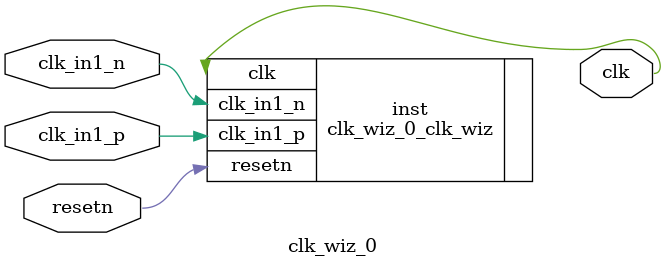
<source format=v>


`timescale 1ps/1ps

(* CORE_GENERATION_INFO = "clk_wiz_0,clk_wiz_v6_0_6_0_0,{component_name=clk_wiz_0,use_phase_alignment=false,use_min_o_jitter=false,use_max_i_jitter=false,use_dyn_phase_shift=false,use_inclk_switchover=false,use_dyn_reconfig=false,enable_axi=0,feedback_source=FDBK_AUTO,PRIMITIVE=MMCM,num_out_clk=1,clkin1_period=3.333,clkin2_period=10.0,use_power_down=false,use_reset=true,use_locked=false,use_inclk_stopped=false,feedback_type=SINGLE,CLOCK_MGR_TYPE=NA,manual_override=false}" *)

module clk_wiz_0 
 (
  // Clock out ports
  output        clk,
  // Status and control signals
  input         resetn,
 // Clock in ports
  input         clk_in1_p,
  input         clk_in1_n
 );

  clk_wiz_0_clk_wiz inst
  (
  // Clock out ports  
  .clk(clk),
  // Status and control signals               
  .resetn(resetn), 
 // Clock in ports
  .clk_in1_p(clk_in1_p),
  .clk_in1_n(clk_in1_n)
  );

endmodule

</source>
